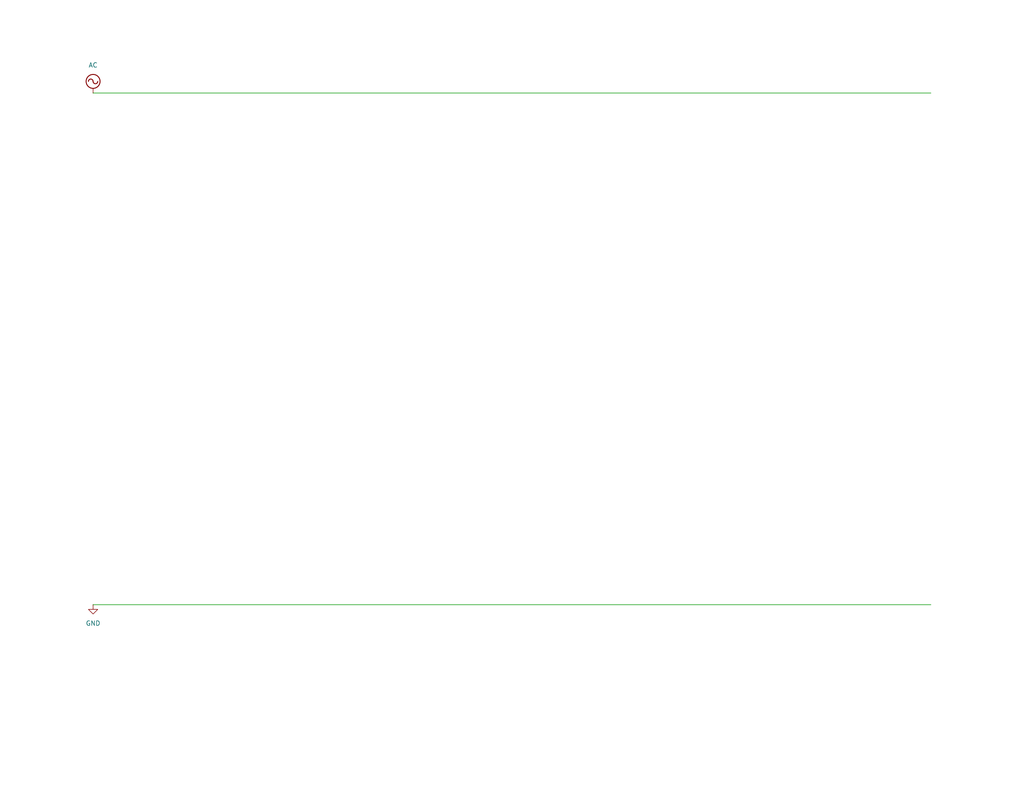
<source format=kicad_sch>
(kicad_sch (version 20231120) (generator "eeschema") (generator_version "8.0")
  (paper "USLetter")
  (title_block (title "NUMITRON CLOCK") (rev "0") (company "AL LEVINE"))
  (lib_symbols
    (symbol "power:AC" (power) (pin_numbers hide) (pin_names (offset 0) hide)
      (property "Value" "AC" (at 0 6.35 0))
      (symbol "AC_0_1"
        (polyline (pts (xy 0 0) (xy 0 1.27)))
        (arc (start 0 3.175) (mid -0.635 3.8073) (end -1.27 3.175) (stroke (width 0.254)))
        (arc (start 0 3.175) (mid 0.635 2.5427) (end 1.27 3.175) (stroke (width 0.254)))
        (circle (center 0 3.175) (radius 1.905) (stroke (width 0.254)))
      )
      (symbol "AC_1_1"
        (pin power_in line (at 0 0 90) (length 0) (name "~") (number "1"))
      )
    )
    (symbol "power:GND" (power) (pin_numbers hide) (pin_names (offset 0) hide)
      (property "Value" "GND" (at 0 -3.81 0))
      (symbol "GND_0_1"
        (polyline (pts (xy 0 0) (xy 0 -1.27) (xy 1.27 -1.27) (xy 0 -2.54) (xy -1.27 -1.27) (xy 0 -1.27)))
      )
      (symbol "GND_1_1"
        (pin power_in line (at 0 0 270) (length 0) (name "~") (number "1"))
      )
    )
  )
  (wire (pts (xy 25.4 165.1) (xy 254 165.1)))
  (wire (pts (xy 25.4 25.4) (xy 254 25.4)))
  (symbol (lib_id "power:AC") (at 25.4 25.4 0) (unit 1)
    (property "Reference" "#PWR01" (effects (hide yes)))
    (property "Value" "AC" (at 25.4 17.78 0))
    (property "Description" "Power symbol creates a global label with name \"AC\"" (effects (hide yes)))
  )
  (symbol (lib_id "power:GND") (at 25.4 165.1 0) (unit 1)
    (property "Reference" "#PWR02" (effects (hide yes)))
    (property "Value" "GND" (at 25.4 170.18 0))
    (property "Description" "Power symbol creates a global label with name \"GND\" , ground" (effects (hide yes)))
  )
  (sheet (at 0 252.73) (size 90.17 58.42) (stroke (width 0.1524))
    (property "Sheetname" "Untitled Sheet" (at 0 252.0184 0) (effects (justify left bottom)))
    (property "Sheetfile" "untitled.kicad_sch" (at 0 311.7346 0) (effects (justify left top)))
  )
)
</source>
